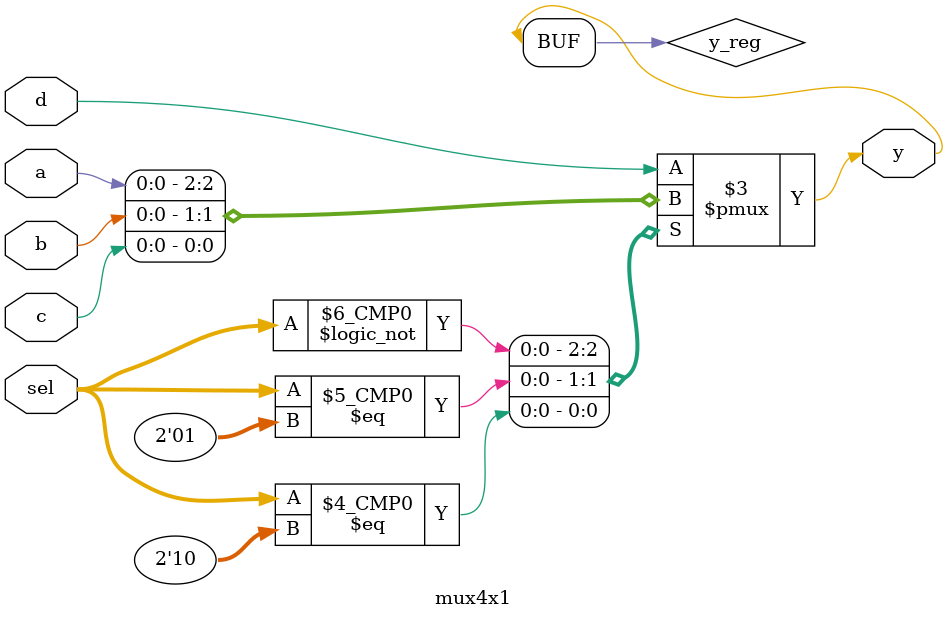
<source format=v>
module mux4x1 #(
    parameter integer WIDTH = 1
) (
    input  wire [WIDTH-1:0] a,
    input  wire [WIDTH-1:0] b,
    input  wire [WIDTH-1:0] c,
    input  wire [WIDTH-1:0] d,
    input  wire [1:0]       sel,
    output wire [WIDTH-1:0] y
);
    reg [WIDTH-1:0] y_reg;

    always @(*) begin
        case (sel)
            2'b00: y_reg = a;
            2'b01: y_reg = b;
            2'b10: y_reg = c;
            default: y_reg = d;
        endcase
    end

    assign y = y_reg;
endmodule
</source>
